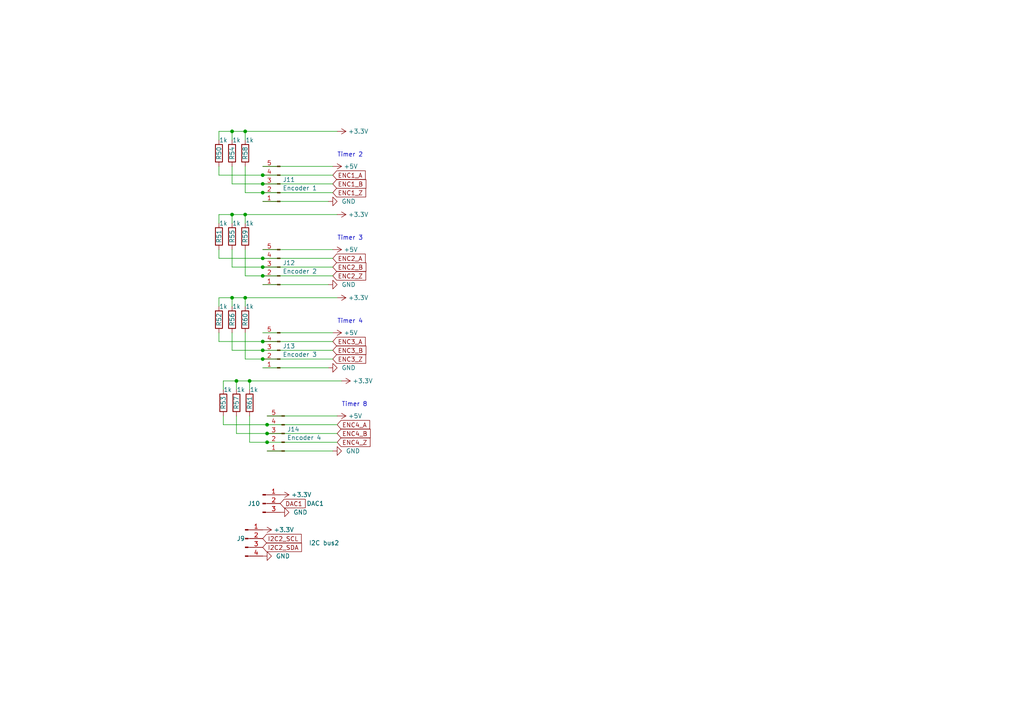
<source format=kicad_sch>
(kicad_sch (version 20230121) (generator eeschema)

  (uuid d19c7c83-0eea-4332-958a-4c973a41eedf)

  (paper "A4")

  (lib_symbols
    (symbol "Connector:Conn_01x03_Pin" (pin_names (offset 1.016) hide) (in_bom yes) (on_board yes)
      (property "Reference" "J" (at 0 5.08 0)
        (effects (font (size 1.27 1.27)))
      )
      (property "Value" "Conn_01x03_Pin" (at 0 -5.08 0)
        (effects (font (size 1.27 1.27)))
      )
      (property "Footprint" "" (at 0 0 0)
        (effects (font (size 1.27 1.27)) hide)
      )
      (property "Datasheet" "~" (at 0 0 0)
        (effects (font (size 1.27 1.27)) hide)
      )
      (property "ki_locked" "" (at 0 0 0)
        (effects (font (size 1.27 1.27)))
      )
      (property "ki_keywords" "connector" (at 0 0 0)
        (effects (font (size 1.27 1.27)) hide)
      )
      (property "ki_description" "Generic connector, single row, 01x03, script generated" (at 0 0 0)
        (effects (font (size 1.27 1.27)) hide)
      )
      (property "ki_fp_filters" "Connector*:*_1x??_*" (at 0 0 0)
        (effects (font (size 1.27 1.27)) hide)
      )
      (symbol "Conn_01x03_Pin_1_1"
        (polyline
          (pts
            (xy 1.27 -2.54)
            (xy 0.8636 -2.54)
          )
          (stroke (width 0.1524) (type default))
          (fill (type none))
        )
        (polyline
          (pts
            (xy 1.27 0)
            (xy 0.8636 0)
          )
          (stroke (width 0.1524) (type default))
          (fill (type none))
        )
        (polyline
          (pts
            (xy 1.27 2.54)
            (xy 0.8636 2.54)
          )
          (stroke (width 0.1524) (type default))
          (fill (type none))
        )
        (rectangle (start 0.8636 -2.413) (end 0 -2.667)
          (stroke (width 0.1524) (type default))
          (fill (type outline))
        )
        (rectangle (start 0.8636 0.127) (end 0 -0.127)
          (stroke (width 0.1524) (type default))
          (fill (type outline))
        )
        (rectangle (start 0.8636 2.667) (end 0 2.413)
          (stroke (width 0.1524) (type default))
          (fill (type outline))
        )
        (pin passive line (at 5.08 2.54 180) (length 3.81)
          (name "Pin_1" (effects (font (size 1.27 1.27))))
          (number "1" (effects (font (size 1.27 1.27))))
        )
        (pin passive line (at 5.08 0 180) (length 3.81)
          (name "Pin_2" (effects (font (size 1.27 1.27))))
          (number "2" (effects (font (size 1.27 1.27))))
        )
        (pin passive line (at 5.08 -2.54 180) (length 3.81)
          (name "Pin_3" (effects (font (size 1.27 1.27))))
          (number "3" (effects (font (size 1.27 1.27))))
        )
      )
    )
    (symbol "Connector:Conn_01x04_Pin" (pin_names (offset 1.016) hide) (in_bom yes) (on_board yes)
      (property "Reference" "J" (at 0 5.08 0)
        (effects (font (size 1.27 1.27)))
      )
      (property "Value" "Conn_01x04_Pin" (at 0 -7.62 0)
        (effects (font (size 1.27 1.27)))
      )
      (property "Footprint" "" (at 0 0 0)
        (effects (font (size 1.27 1.27)) hide)
      )
      (property "Datasheet" "~" (at 0 0 0)
        (effects (font (size 1.27 1.27)) hide)
      )
      (property "ki_locked" "" (at 0 0 0)
        (effects (font (size 1.27 1.27)))
      )
      (property "ki_keywords" "connector" (at 0 0 0)
        (effects (font (size 1.27 1.27)) hide)
      )
      (property "ki_description" "Generic connector, single row, 01x04, script generated" (at 0 0 0)
        (effects (font (size 1.27 1.27)) hide)
      )
      (property "ki_fp_filters" "Connector*:*_1x??_*" (at 0 0 0)
        (effects (font (size 1.27 1.27)) hide)
      )
      (symbol "Conn_01x04_Pin_1_1"
        (polyline
          (pts
            (xy 1.27 -5.08)
            (xy 0.8636 -5.08)
          )
          (stroke (width 0.1524) (type default))
          (fill (type none))
        )
        (polyline
          (pts
            (xy 1.27 -2.54)
            (xy 0.8636 -2.54)
          )
          (stroke (width 0.1524) (type default))
          (fill (type none))
        )
        (polyline
          (pts
            (xy 1.27 0)
            (xy 0.8636 0)
          )
          (stroke (width 0.1524) (type default))
          (fill (type none))
        )
        (polyline
          (pts
            (xy 1.27 2.54)
            (xy 0.8636 2.54)
          )
          (stroke (width 0.1524) (type default))
          (fill (type none))
        )
        (rectangle (start 0.8636 -4.953) (end 0 -5.207)
          (stroke (width 0.1524) (type default))
          (fill (type outline))
        )
        (rectangle (start 0.8636 -2.413) (end 0 -2.667)
          (stroke (width 0.1524) (type default))
          (fill (type outline))
        )
        (rectangle (start 0.8636 0.127) (end 0 -0.127)
          (stroke (width 0.1524) (type default))
          (fill (type outline))
        )
        (rectangle (start 0.8636 2.667) (end 0 2.413)
          (stroke (width 0.1524) (type default))
          (fill (type outline))
        )
        (pin passive line (at 5.08 2.54 180) (length 3.81)
          (name "Pin_1" (effects (font (size 1.27 1.27))))
          (number "1" (effects (font (size 1.27 1.27))))
        )
        (pin passive line (at 5.08 0 180) (length 3.81)
          (name "Pin_2" (effects (font (size 1.27 1.27))))
          (number "2" (effects (font (size 1.27 1.27))))
        )
        (pin passive line (at 5.08 -2.54 180) (length 3.81)
          (name "Pin_3" (effects (font (size 1.27 1.27))))
          (number "3" (effects (font (size 1.27 1.27))))
        )
        (pin passive line (at 5.08 -5.08 180) (length 3.81)
          (name "Pin_4" (effects (font (size 1.27 1.27))))
          (number "4" (effects (font (size 1.27 1.27))))
        )
      )
    )
    (symbol "Connector:Conn_01x05_Pin" (pin_names (offset 1.016) hide) (in_bom yes) (on_board yes)
      (property "Reference" "J" (at 0 7.62 0)
        (effects (font (size 1.27 1.27)))
      )
      (property "Value" "Conn_01x05_Pin" (at 0 -7.62 0)
        (effects (font (size 1.27 1.27)))
      )
      (property "Footprint" "" (at 0 0 0)
        (effects (font (size 1.27 1.27)) hide)
      )
      (property "Datasheet" "~" (at 0 0 0)
        (effects (font (size 1.27 1.27)) hide)
      )
      (property "ki_locked" "" (at 0 0 0)
        (effects (font (size 1.27 1.27)))
      )
      (property "ki_keywords" "connector" (at 0 0 0)
        (effects (font (size 1.27 1.27)) hide)
      )
      (property "ki_description" "Generic connector, single row, 01x05, script generated" (at 0 0 0)
        (effects (font (size 1.27 1.27)) hide)
      )
      (property "ki_fp_filters" "Connector*:*_1x??_*" (at 0 0 0)
        (effects (font (size 1.27 1.27)) hide)
      )
      (symbol "Conn_01x05_Pin_1_1"
        (polyline
          (pts
            (xy 1.27 -5.08)
            (xy 0.8636 -5.08)
          )
          (stroke (width 0.1524) (type default))
          (fill (type none))
        )
        (polyline
          (pts
            (xy 1.27 -2.54)
            (xy 0.8636 -2.54)
          )
          (stroke (width 0.1524) (type default))
          (fill (type none))
        )
        (polyline
          (pts
            (xy 1.27 0)
            (xy 0.8636 0)
          )
          (stroke (width 0.1524) (type default))
          (fill (type none))
        )
        (polyline
          (pts
            (xy 1.27 2.54)
            (xy 0.8636 2.54)
          )
          (stroke (width 0.1524) (type default))
          (fill (type none))
        )
        (polyline
          (pts
            (xy 1.27 5.08)
            (xy 0.8636 5.08)
          )
          (stroke (width 0.1524) (type default))
          (fill (type none))
        )
        (rectangle (start 0.8636 -4.953) (end 0 -5.207)
          (stroke (width 0.1524) (type default))
          (fill (type outline))
        )
        (rectangle (start 0.8636 -2.413) (end 0 -2.667)
          (stroke (width 0.1524) (type default))
          (fill (type outline))
        )
        (rectangle (start 0.8636 0.127) (end 0 -0.127)
          (stroke (width 0.1524) (type default))
          (fill (type outline))
        )
        (rectangle (start 0.8636 2.667) (end 0 2.413)
          (stroke (width 0.1524) (type default))
          (fill (type outline))
        )
        (rectangle (start 0.8636 5.207) (end 0 4.953)
          (stroke (width 0.1524) (type default))
          (fill (type outline))
        )
        (pin passive line (at 5.08 5.08 180) (length 3.81)
          (name "Pin_1" (effects (font (size 1.27 1.27))))
          (number "1" (effects (font (size 1.27 1.27))))
        )
        (pin passive line (at 5.08 2.54 180) (length 3.81)
          (name "Pin_2" (effects (font (size 1.27 1.27))))
          (number "2" (effects (font (size 1.27 1.27))))
        )
        (pin passive line (at 5.08 0 180) (length 3.81)
          (name "Pin_3" (effects (font (size 1.27 1.27))))
          (number "3" (effects (font (size 1.27 1.27))))
        )
        (pin passive line (at 5.08 -2.54 180) (length 3.81)
          (name "Pin_4" (effects (font (size 1.27 1.27))))
          (number "4" (effects (font (size 1.27 1.27))))
        )
        (pin passive line (at 5.08 -5.08 180) (length 3.81)
          (name "Pin_5" (effects (font (size 1.27 1.27))))
          (number "5" (effects (font (size 1.27 1.27))))
        )
      )
    )
    (symbol "Device:R" (pin_numbers hide) (pin_names (offset 0)) (in_bom yes) (on_board yes)
      (property "Reference" "R" (at 2.032 0 90)
        (effects (font (size 1.27 1.27)))
      )
      (property "Value" "R" (at 0 0 90)
        (effects (font (size 1.27 1.27)))
      )
      (property "Footprint" "" (at -1.778 0 90)
        (effects (font (size 1.27 1.27)) hide)
      )
      (property "Datasheet" "~" (at 0 0 0)
        (effects (font (size 1.27 1.27)) hide)
      )
      (property "ki_keywords" "R res resistor" (at 0 0 0)
        (effects (font (size 1.27 1.27)) hide)
      )
      (property "ki_description" "Resistor" (at 0 0 0)
        (effects (font (size 1.27 1.27)) hide)
      )
      (property "ki_fp_filters" "R_*" (at 0 0 0)
        (effects (font (size 1.27 1.27)) hide)
      )
      (symbol "R_0_1"
        (rectangle (start -1.016 -2.54) (end 1.016 2.54)
          (stroke (width 0.254) (type default))
          (fill (type none))
        )
      )
      (symbol "R_1_1"
        (pin passive line (at 0 3.81 270) (length 1.27)
          (name "~" (effects (font (size 1.27 1.27))))
          (number "1" (effects (font (size 1.27 1.27))))
        )
        (pin passive line (at 0 -3.81 90) (length 1.27)
          (name "~" (effects (font (size 1.27 1.27))))
          (number "2" (effects (font (size 1.27 1.27))))
        )
      )
    )
    (symbol "power:+3.3V" (power) (pin_names (offset 0)) (in_bom yes) (on_board yes)
      (property "Reference" "#PWR" (at 0 -3.81 0)
        (effects (font (size 1.27 1.27)) hide)
      )
      (property "Value" "+3.3V" (at 0 3.556 0)
        (effects (font (size 1.27 1.27)))
      )
      (property "Footprint" "" (at 0 0 0)
        (effects (font (size 1.27 1.27)) hide)
      )
      (property "Datasheet" "" (at 0 0 0)
        (effects (font (size 1.27 1.27)) hide)
      )
      (property "ki_keywords" "global power" (at 0 0 0)
        (effects (font (size 1.27 1.27)) hide)
      )
      (property "ki_description" "Power symbol creates a global label with name \"+3.3V\"" (at 0 0 0)
        (effects (font (size 1.27 1.27)) hide)
      )
      (symbol "+3.3V_0_1"
        (polyline
          (pts
            (xy -0.762 1.27)
            (xy 0 2.54)
          )
          (stroke (width 0) (type default))
          (fill (type none))
        )
        (polyline
          (pts
            (xy 0 0)
            (xy 0 2.54)
          )
          (stroke (width 0) (type default))
          (fill (type none))
        )
        (polyline
          (pts
            (xy 0 2.54)
            (xy 0.762 1.27)
          )
          (stroke (width 0) (type default))
          (fill (type none))
        )
      )
      (symbol "+3.3V_1_1"
        (pin power_in line (at 0 0 90) (length 0) hide
          (name "+3.3V" (effects (font (size 1.27 1.27))))
          (number "1" (effects (font (size 1.27 1.27))))
        )
      )
    )
    (symbol "power:+5V" (power) (pin_names (offset 0)) (in_bom yes) (on_board yes)
      (property "Reference" "#PWR" (at 0 -3.81 0)
        (effects (font (size 1.27 1.27)) hide)
      )
      (property "Value" "+5V" (at 0 3.556 0)
        (effects (font (size 1.27 1.27)))
      )
      (property "Footprint" "" (at 0 0 0)
        (effects (font (size 1.27 1.27)) hide)
      )
      (property "Datasheet" "" (at 0 0 0)
        (effects (font (size 1.27 1.27)) hide)
      )
      (property "ki_keywords" "global power" (at 0 0 0)
        (effects (font (size 1.27 1.27)) hide)
      )
      (property "ki_description" "Power symbol creates a global label with name \"+5V\"" (at 0 0 0)
        (effects (font (size 1.27 1.27)) hide)
      )
      (symbol "+5V_0_1"
        (polyline
          (pts
            (xy -0.762 1.27)
            (xy 0 2.54)
          )
          (stroke (width 0) (type default))
          (fill (type none))
        )
        (polyline
          (pts
            (xy 0 0)
            (xy 0 2.54)
          )
          (stroke (width 0) (type default))
          (fill (type none))
        )
        (polyline
          (pts
            (xy 0 2.54)
            (xy 0.762 1.27)
          )
          (stroke (width 0) (type default))
          (fill (type none))
        )
      )
      (symbol "+5V_1_1"
        (pin power_in line (at 0 0 90) (length 0) hide
          (name "+5V" (effects (font (size 1.27 1.27))))
          (number "1" (effects (font (size 1.27 1.27))))
        )
      )
    )
    (symbol "power:GND" (power) (pin_names (offset 0)) (in_bom yes) (on_board yes)
      (property "Reference" "#PWR" (at 0 -6.35 0)
        (effects (font (size 1.27 1.27)) hide)
      )
      (property "Value" "GND" (at 0 -3.81 0)
        (effects (font (size 1.27 1.27)))
      )
      (property "Footprint" "" (at 0 0 0)
        (effects (font (size 1.27 1.27)) hide)
      )
      (property "Datasheet" "" (at 0 0 0)
        (effects (font (size 1.27 1.27)) hide)
      )
      (property "ki_keywords" "global power" (at 0 0 0)
        (effects (font (size 1.27 1.27)) hide)
      )
      (property "ki_description" "Power symbol creates a global label with name \"GND\" , ground" (at 0 0 0)
        (effects (font (size 1.27 1.27)) hide)
      )
      (symbol "GND_0_1"
        (polyline
          (pts
            (xy 0 0)
            (xy 0 -1.27)
            (xy 1.27 -1.27)
            (xy 0 -2.54)
            (xy -1.27 -1.27)
            (xy 0 -1.27)
          )
          (stroke (width 0) (type default))
          (fill (type none))
        )
      )
      (symbol "GND_1_1"
        (pin power_in line (at 0 0 270) (length 0) hide
          (name "GND" (effects (font (size 1.27 1.27))))
          (number "1" (effects (font (size 1.27 1.27))))
        )
      )
    )
  )

  (junction (at 76.2 80.01) (diameter 0) (color 0 0 0 0)
    (uuid 157eeb28-7e9f-4678-ad1b-82c940b205aa)
  )
  (junction (at 76.2 77.47) (diameter 0) (color 0 0 0 0)
    (uuid 1fd61f19-fd7b-4ca8-9109-705eb3ba0282)
  )
  (junction (at 76.2 53.34) (diameter 0) (color 0 0 0 0)
    (uuid 2c81630d-49f6-459b-9f07-d3ed382e7f7c)
  )
  (junction (at 68.58 110.49) (diameter 0) (color 0 0 0 0)
    (uuid 2d7d1489-e412-4bb0-a366-9d2af31289e7)
  )
  (junction (at 76.2 55.88) (diameter 0) (color 0 0 0 0)
    (uuid 390fab64-f3b8-457c-a0e0-cf493d141b9c)
  )
  (junction (at 71.12 86.36) (diameter 0) (color 0 0 0 0)
    (uuid 3ad9020b-fb70-4bed-a433-454ae3bb0ac2)
  )
  (junction (at 76.2 104.14) (diameter 0) (color 0 0 0 0)
    (uuid 586fcfac-36d8-40de-b7c3-8e741cecd384)
  )
  (junction (at 76.2 101.6) (diameter 0) (color 0 0 0 0)
    (uuid 626bc8e7-eebf-486d-9dac-ceb77e53c308)
  )
  (junction (at 71.12 38.1) (diameter 0) (color 0 0 0 0)
    (uuid 725153af-2a16-408e-b485-cb4baab98bdb)
  )
  (junction (at 76.2 50.8) (diameter 0) (color 0 0 0 0)
    (uuid 7864e408-6d07-4db9-a437-e28a56bfb68f)
  )
  (junction (at 71.12 62.23) (diameter 0) (color 0 0 0 0)
    (uuid 79c9320f-6ae9-4927-a958-4ad08e1b69aa)
  )
  (junction (at 76.2 74.93) (diameter 0) (color 0 0 0 0)
    (uuid 8639ce89-0826-4903-96fc-64d1b1388896)
  )
  (junction (at 77.47 128.27) (diameter 0) (color 0 0 0 0)
    (uuid 9386b3d4-2d5a-4cbb-9fae-eaaa7e4e5aaf)
  )
  (junction (at 67.31 38.1) (diameter 0) (color 0 0 0 0)
    (uuid 9ccb2c73-8f7c-42a5-8c80-efd51b417936)
  )
  (junction (at 67.31 62.23) (diameter 0) (color 0 0 0 0)
    (uuid a1d6fc74-ab2c-414f-b365-3c6defd6f95d)
  )
  (junction (at 77.47 123.19) (diameter 0) (color 0 0 0 0)
    (uuid b1f6ef2d-819c-4217-8b1c-f3904fdc2173)
  )
  (junction (at 67.31 86.36) (diameter 0) (color 0 0 0 0)
    (uuid b43883f8-735b-483c-b1d2-289b5a1a6c9c)
  )
  (junction (at 77.47 125.73) (diameter 0) (color 0 0 0 0)
    (uuid ce186696-2d52-497c-937c-f4b2dba55f7b)
  )
  (junction (at 76.2 99.06) (diameter 0) (color 0 0 0 0)
    (uuid d317f92d-0325-4663-8828-01fe240bd0d4)
  )
  (junction (at 72.39 110.49) (diameter 0) (color 0 0 0 0)
    (uuid e1aa9f00-680c-4301-8225-845569c9ee29)
  )

  (wire (pts (xy 71.12 80.01) (xy 76.2 80.01))
    (stroke (width 0) (type default))
    (uuid 01d2d007-d35a-483e-a05e-4033449e3e7d)
  )
  (wire (pts (xy 71.12 62.23) (xy 71.12 64.77))
    (stroke (width 0) (type default))
    (uuid 045cd2ee-53c3-42b4-b17c-56b5cca58fe6)
  )
  (wire (pts (xy 67.31 101.6) (xy 76.2 101.6))
    (stroke (width 0) (type default))
    (uuid 04773424-acd9-4a66-ab72-8b40997cde1d)
  )
  (wire (pts (xy 71.12 38.1) (xy 71.12 40.64))
    (stroke (width 0) (type default))
    (uuid 057f6133-58a3-4b4a-97ff-fe7be0021d92)
  )
  (wire (pts (xy 71.12 86.36) (xy 97.79 86.36))
    (stroke (width 0) (type default))
    (uuid 0b95b840-5781-465f-b758-e71ae1c24da9)
  )
  (wire (pts (xy 63.5 86.36) (xy 67.31 86.36))
    (stroke (width 0) (type default))
    (uuid 13cf5787-6645-4a21-b08f-4afb7c9405f8)
  )
  (wire (pts (xy 63.5 62.23) (xy 67.31 62.23))
    (stroke (width 0) (type default))
    (uuid 160c58f8-e374-4bfe-a7a6-696874ae788c)
  )
  (wire (pts (xy 63.5 64.77) (xy 63.5 62.23))
    (stroke (width 0) (type default))
    (uuid 1bb1c6f2-46a9-4e62-82e9-08e5ec102ddf)
  )
  (wire (pts (xy 72.39 128.27) (xy 77.47 128.27))
    (stroke (width 0) (type default))
    (uuid 206d1bb6-3e19-455a-bee3-33f4e2410e8f)
  )
  (wire (pts (xy 63.5 38.1) (xy 67.31 38.1))
    (stroke (width 0) (type default))
    (uuid 216255a0-12ae-4b6b-900b-a88840295a63)
  )
  (wire (pts (xy 67.31 38.1) (xy 71.12 38.1))
    (stroke (width 0) (type default))
    (uuid 23375de0-208d-4b51-a7ba-8aafad512551)
  )
  (wire (pts (xy 96.52 130.81) (xy 77.47 130.81))
    (stroke (width 0) (type default))
    (uuid 25b48ef2-0cc7-448d-baf6-e41e645cce51)
  )
  (wire (pts (xy 67.31 86.36) (xy 67.31 88.9))
    (stroke (width 0) (type default))
    (uuid 272444fa-cb6e-4d82-8604-8b13be0838e5)
  )
  (wire (pts (xy 71.12 72.39) (xy 71.12 80.01))
    (stroke (width 0) (type default))
    (uuid 2867a1da-8c4d-43c3-b93b-fe2f7147685e)
  )
  (wire (pts (xy 63.5 74.93) (xy 76.2 74.93))
    (stroke (width 0) (type default))
    (uuid 2afc4a80-2851-4be3-a62e-2ef65b105014)
  )
  (wire (pts (xy 64.77 120.65) (xy 64.77 123.19))
    (stroke (width 0) (type default))
    (uuid 2b552aa2-9404-4ddc-b6fe-f1101aaae516)
  )
  (wire (pts (xy 71.12 104.14) (xy 76.2 104.14))
    (stroke (width 0) (type default))
    (uuid 2e4dcb01-b90f-4934-b31b-25d24f935bff)
  )
  (wire (pts (xy 76.2 50.8) (xy 96.52 50.8))
    (stroke (width 0) (type default))
    (uuid 331bfca8-c049-4c6a-a808-2d41e13311e8)
  )
  (wire (pts (xy 71.12 62.23) (xy 97.79 62.23))
    (stroke (width 0) (type default))
    (uuid 3635966d-184e-4c12-84cd-c0c887d19530)
  )
  (wire (pts (xy 67.31 96.52) (xy 67.31 101.6))
    (stroke (width 0) (type default))
    (uuid 4a557729-a191-4f0e-b50e-cb0e89baa087)
  )
  (wire (pts (xy 72.39 120.65) (xy 72.39 128.27))
    (stroke (width 0) (type default))
    (uuid 4b2bbfda-8a4a-4525-b861-df35f601dd55)
  )
  (wire (pts (xy 63.5 88.9) (xy 63.5 86.36))
    (stroke (width 0) (type default))
    (uuid 4e761a1d-b169-4638-a737-da8370aa9e14)
  )
  (wire (pts (xy 77.47 123.19) (xy 97.79 123.19))
    (stroke (width 0) (type default))
    (uuid 58498ee0-71b2-4b57-84ce-fbd317f3ef7a)
  )
  (wire (pts (xy 68.58 120.65) (xy 68.58 125.73))
    (stroke (width 0) (type default))
    (uuid 60db811e-f5c8-4e99-92aa-57425788923d)
  )
  (wire (pts (xy 76.2 55.88) (xy 96.52 55.88))
    (stroke (width 0) (type default))
    (uuid 6affbf2a-bacd-4fa7-aa3b-aa7b2092ca7f)
  )
  (wire (pts (xy 72.39 110.49) (xy 72.39 113.03))
    (stroke (width 0) (type default))
    (uuid 70cb479c-1c45-44db-9247-7ee4c8013842)
  )
  (wire (pts (xy 76.2 104.14) (xy 96.52 104.14))
    (stroke (width 0) (type default))
    (uuid 75ed0fb2-5c41-4040-a9ce-1549e9098150)
  )
  (wire (pts (xy 76.2 77.47) (xy 96.52 77.47))
    (stroke (width 0) (type default))
    (uuid 76f62f94-6047-448e-b0f9-e8e90bba5991)
  )
  (wire (pts (xy 64.77 113.03) (xy 64.77 110.49))
    (stroke (width 0) (type default))
    (uuid 78b1cbd3-481b-4d0e-9e6b-b07438d2acd2)
  )
  (wire (pts (xy 96.52 96.52) (xy 76.2 96.52))
    (stroke (width 0) (type default))
    (uuid 7a09a254-a3ee-4b95-981a-438321453ae3)
  )
  (wire (pts (xy 63.5 96.52) (xy 63.5 99.06))
    (stroke (width 0) (type default))
    (uuid 7aff91c0-e86f-47f3-ab61-17e7d04a66de)
  )
  (wire (pts (xy 64.77 110.49) (xy 68.58 110.49))
    (stroke (width 0) (type default))
    (uuid 7e96709f-58d6-49d5-8091-d75e2063a809)
  )
  (wire (pts (xy 67.31 38.1) (xy 67.31 40.64))
    (stroke (width 0) (type default))
    (uuid 83b6a014-7104-47c7-a53c-3dfe5cc5e5e9)
  )
  (wire (pts (xy 63.5 50.8) (xy 76.2 50.8))
    (stroke (width 0) (type default))
    (uuid 84e05d6a-6b62-46ca-a0e3-fbe26d4025ee)
  )
  (wire (pts (xy 97.79 120.65) (xy 77.47 120.65))
    (stroke (width 0) (type default))
    (uuid 8516426f-03fd-4cd4-b0c0-f48739edce35)
  )
  (wire (pts (xy 76.2 101.6) (xy 96.52 101.6))
    (stroke (width 0) (type default))
    (uuid 8bce499d-619d-4ae6-b109-573ed87783f6)
  )
  (wire (pts (xy 76.2 99.06) (xy 96.52 99.06))
    (stroke (width 0) (type default))
    (uuid 91537e44-781e-4676-b4d4-e08b8a159e06)
  )
  (wire (pts (xy 71.12 38.1) (xy 97.79 38.1))
    (stroke (width 0) (type default))
    (uuid 98525c6a-621e-44f5-bf72-f457738ba2ae)
  )
  (wire (pts (xy 63.5 40.64) (xy 63.5 38.1))
    (stroke (width 0) (type default))
    (uuid 98db0e59-fbf7-486c-ab38-e923807de071)
  )
  (wire (pts (xy 63.5 72.39) (xy 63.5 74.93))
    (stroke (width 0) (type default))
    (uuid a42da3b9-2171-485b-a536-3f206158b652)
  )
  (wire (pts (xy 71.12 48.26) (xy 71.12 55.88))
    (stroke (width 0) (type default))
    (uuid a72bb99b-132f-4c9d-9ebc-83f035446577)
  )
  (wire (pts (xy 63.5 48.26) (xy 63.5 50.8))
    (stroke (width 0) (type default))
    (uuid b100b0f1-42a8-4e6f-91aa-0bce6857304e)
  )
  (wire (pts (xy 76.2 53.34) (xy 96.52 53.34))
    (stroke (width 0) (type default))
    (uuid b122cac1-9511-424c-878c-075a520f075c)
  )
  (wire (pts (xy 96.52 72.39) (xy 76.2 72.39))
    (stroke (width 0) (type default))
    (uuid bc516e96-4dd8-4e74-be1e-a8ff92736019)
  )
  (wire (pts (xy 72.39 110.49) (xy 99.06 110.49))
    (stroke (width 0) (type default))
    (uuid c7fc9a9b-558e-4828-bcb7-8f8ab5dccaf1)
  )
  (wire (pts (xy 68.58 110.49) (xy 72.39 110.49))
    (stroke (width 0) (type default))
    (uuid cdd97728-36f0-43f7-b59a-8caf6f513ba6)
  )
  (wire (pts (xy 77.47 125.73) (xy 97.79 125.73))
    (stroke (width 0) (type default))
    (uuid d0a4dfb0-132d-469b-afd5-1d49cb8476b2)
  )
  (wire (pts (xy 95.25 58.42) (xy 76.2 58.42))
    (stroke (width 0) (type default))
    (uuid d37fd46d-583f-4119-9c87-2eb4b532fd30)
  )
  (wire (pts (xy 67.31 72.39) (xy 67.31 77.47))
    (stroke (width 0) (type default))
    (uuid d5b58e10-992d-4c57-bbbf-9f90666153e7)
  )
  (wire (pts (xy 68.58 110.49) (xy 68.58 113.03))
    (stroke (width 0) (type default))
    (uuid d8806986-f5dc-4dc8-bac2-f59abdcd597f)
  )
  (wire (pts (xy 67.31 86.36) (xy 71.12 86.36))
    (stroke (width 0) (type default))
    (uuid d9018ae9-85d6-475f-a3c8-1a743d744e4c)
  )
  (wire (pts (xy 96.52 48.26) (xy 76.2 48.26))
    (stroke (width 0) (type default))
    (uuid dd96847e-382e-4dad-88ac-2eca6ad76206)
  )
  (wire (pts (xy 67.31 77.47) (xy 76.2 77.47))
    (stroke (width 0) (type default))
    (uuid dd9d2d22-6997-4883-9e3e-f759e7179963)
  )
  (wire (pts (xy 95.25 106.68) (xy 76.2 106.68))
    (stroke (width 0) (type default))
    (uuid e0c2008e-1d9e-443f-9272-e20c6da3e175)
  )
  (wire (pts (xy 67.31 48.26) (xy 67.31 53.34))
    (stroke (width 0) (type default))
    (uuid e1cad341-96b3-46e4-8010-1d9a561e7c61)
  )
  (wire (pts (xy 71.12 55.88) (xy 76.2 55.88))
    (stroke (width 0) (type default))
    (uuid e276f934-97eb-48e8-a4c2-3c220f8b431d)
  )
  (wire (pts (xy 63.5 99.06) (xy 76.2 99.06))
    (stroke (width 0) (type default))
    (uuid e5060005-f1a2-4637-aa1a-cb3bf58a4c0a)
  )
  (wire (pts (xy 77.47 128.27) (xy 97.79 128.27))
    (stroke (width 0) (type default))
    (uuid e6412773-1642-4a1d-9c47-76158232a6b2)
  )
  (wire (pts (xy 71.12 96.52) (xy 71.12 104.14))
    (stroke (width 0) (type default))
    (uuid e7949f5d-4e8d-41c7-bb68-e2637d4c1417)
  )
  (wire (pts (xy 67.31 53.34) (xy 76.2 53.34))
    (stroke (width 0) (type default))
    (uuid e7f845c5-b0c6-47b1-9218-810566114c20)
  )
  (wire (pts (xy 76.2 74.93) (xy 96.52 74.93))
    (stroke (width 0) (type default))
    (uuid e80a5fc3-bda8-448c-be9e-8641f6014e2a)
  )
  (wire (pts (xy 76.2 80.01) (xy 96.52 80.01))
    (stroke (width 0) (type default))
    (uuid ede4f41d-1b82-40a8-9c82-075eb262a196)
  )
  (wire (pts (xy 95.25 82.55) (xy 76.2 82.55))
    (stroke (width 0) (type default))
    (uuid eefc93d7-6060-4af3-bd57-aa24f4391023)
  )
  (wire (pts (xy 71.12 86.36) (xy 71.12 88.9))
    (stroke (width 0) (type default))
    (uuid f03b403c-90ce-45e1-b46d-a0069802ef38)
  )
  (wire (pts (xy 67.31 62.23) (xy 67.31 64.77))
    (stroke (width 0) (type default))
    (uuid f58b20cd-cc51-4740-8cd9-bb6099f417f0)
  )
  (wire (pts (xy 67.31 62.23) (xy 71.12 62.23))
    (stroke (width 0) (type default))
    (uuid f5a429e8-476e-44e4-b2fe-8f251ba233e3)
  )
  (wire (pts (xy 64.77 123.19) (xy 77.47 123.19))
    (stroke (width 0) (type default))
    (uuid fb5111c4-681f-4cc1-adb0-76790bcf68c0)
  )
  (wire (pts (xy 68.58 125.73) (xy 77.47 125.73))
    (stroke (width 0) (type default))
    (uuid fcc6d3fc-326b-46fd-af46-637c365f9461)
  )

  (text "Timer 4" (at 97.79 93.98 0)
    (effects (font (size 1.27 1.27)) (justify left bottom))
    (uuid 2c4522d0-1725-40cd-9bd6-d968168606cc)
  )
  (text "Timer 8" (at 99.06 118.11 0)
    (effects (font (size 1.27 1.27)) (justify left bottom))
    (uuid 7eb1ab64-fcc6-43b8-ae27-b979c956bcd2)
  )
  (text "Timer 3" (at 97.79 69.85 0)
    (effects (font (size 1.27 1.27)) (justify left bottom))
    (uuid 89cac169-bf3c-45a2-8393-89ff70766aac)
  )
  (text "Timer 2" (at 97.79 45.72 0)
    (effects (font (size 1.27 1.27)) (justify left bottom))
    (uuid fa9f0f87-49ac-461d-b6e7-b6dd056a4cff)
  )

  (global_label "ENC3_B" (shape input) (at 96.52 101.6 0) (fields_autoplaced)
    (effects (font (size 1.27 1.27)) (justify left))
    (uuid 14faecf6-d6b2-402c-95fd-e1b28553bfca)
    (property "Intersheetrefs" "${INTERSHEET_REFS}" (at 106.7018 101.6 0)
      (effects (font (size 1.27 1.27)) (justify left) hide)
    )
  )
  (global_label "I2C2_SCL" (shape input) (at 76.2 156.21 0) (fields_autoplaced)
    (effects (font (size 1.27 1.27)) (justify left))
    (uuid 2cb11ce6-f08b-4c4d-9fad-9c9e44fb3a08)
    (property "Intersheetrefs" "${INTERSHEET_REFS}" (at 87.9542 156.21 0)
      (effects (font (size 1.27 1.27)) (justify left) hide)
    )
  )
  (global_label "ENC1_Z" (shape input) (at 96.52 55.88 0) (fields_autoplaced)
    (effects (font (size 1.27 1.27)) (justify left))
    (uuid 35bdbc47-86b7-4683-a433-18251bcb5386)
    (property "Intersheetrefs" "${INTERSHEET_REFS}" (at 106.6413 55.88 0)
      (effects (font (size 1.27 1.27)) (justify left) hide)
    )
  )
  (global_label "ENC2_B" (shape input) (at 96.52 77.47 0) (fields_autoplaced)
    (effects (font (size 1.27 1.27)) (justify left))
    (uuid 4501b0fd-3843-4747-83a9-f557cee20110)
    (property "Intersheetrefs" "${INTERSHEET_REFS}" (at 106.7018 77.47 0)
      (effects (font (size 1.27 1.27)) (justify left) hide)
    )
  )
  (global_label "ENC4_B" (shape input) (at 97.79 125.73 0) (fields_autoplaced)
    (effects (font (size 1.27 1.27)) (justify left))
    (uuid 4e5697ca-2762-4d52-a42d-942bdb1682a3)
    (property "Intersheetrefs" "${INTERSHEET_REFS}" (at 107.9718 125.73 0)
      (effects (font (size 1.27 1.27)) (justify left) hide)
    )
  )
  (global_label "I2C2_SDA" (shape input) (at 76.2 158.75 0) (fields_autoplaced)
    (effects (font (size 1.27 1.27)) (justify left))
    (uuid 8f526e05-0236-4d76-9ea1-332e79182fa7)
    (property "Intersheetrefs" "${INTERSHEET_REFS}" (at 88.0147 158.75 0)
      (effects (font (size 1.27 1.27)) (justify left) hide)
    )
  )
  (global_label "ENC3_Z" (shape input) (at 96.52 104.14 0) (fields_autoplaced)
    (effects (font (size 1.27 1.27)) (justify left))
    (uuid 945238da-0c96-4ac9-a594-8a767fd0b851)
    (property "Intersheetrefs" "${INTERSHEET_REFS}" (at 106.6413 104.14 0)
      (effects (font (size 1.27 1.27)) (justify left) hide)
    )
  )
  (global_label "ENC3_A" (shape input) (at 96.52 99.06 0) (fields_autoplaced)
    (effects (font (size 1.27 1.27)) (justify left))
    (uuid af22460a-9214-47af-9073-c9c7c52974ef)
    (property "Intersheetrefs" "${INTERSHEET_REFS}" (at 106.5204 99.06 0)
      (effects (font (size 1.27 1.27)) (justify left) hide)
    )
  )
  (global_label "ENC4_Z" (shape input) (at 97.79 128.27 0) (fields_autoplaced)
    (effects (font (size 1.27 1.27)) (justify left))
    (uuid c9b6c96d-cd7c-4340-8338-815a47c8323b)
    (property "Intersheetrefs" "${INTERSHEET_REFS}" (at 107.9113 128.27 0)
      (effects (font (size 1.27 1.27)) (justify left) hide)
    )
  )
  (global_label "ENC1_B" (shape input) (at 96.52 53.34 0) (fields_autoplaced)
    (effects (font (size 1.27 1.27)) (justify left))
    (uuid d1781794-7c91-4ed8-abd5-3f9558cf3518)
    (property "Intersheetrefs" "${INTERSHEET_REFS}" (at 106.7018 53.34 0)
      (effects (font (size 1.27 1.27)) (justify left) hide)
    )
  )
  (global_label "ENC1_A" (shape input) (at 96.52 50.8 0) (fields_autoplaced)
    (effects (font (size 1.27 1.27)) (justify left))
    (uuid d51cd91e-9f2c-4687-8fe1-5ee6a9ee0452)
    (property "Intersheetrefs" "${INTERSHEET_REFS}" (at 106.5204 50.8 0)
      (effects (font (size 1.27 1.27)) (justify left) hide)
    )
  )
  (global_label "DAC1" (shape input) (at 81.28 146.05 0) (fields_autoplaced)
    (effects (font (size 1.27 1.27)) (justify left))
    (uuid de04da32-754e-44b2-8ca8-6e8bbaf10351)
    (property "Intersheetrefs" "${INTERSHEET_REFS}" (at 89.1033 146.05 0)
      (effects (font (size 1.27 1.27)) (justify left) hide)
    )
  )
  (global_label "ENC2_Z" (shape input) (at 96.52 80.01 0) (fields_autoplaced)
    (effects (font (size 1.27 1.27)) (justify left))
    (uuid eacc2441-ff28-432a-90eb-4afa3f305f37)
    (property "Intersheetrefs" "${INTERSHEET_REFS}" (at 106.6413 80.01 0)
      (effects (font (size 1.27 1.27)) (justify left) hide)
    )
  )
  (global_label "ENC4_A" (shape input) (at 97.79 123.19 0) (fields_autoplaced)
    (effects (font (size 1.27 1.27)) (justify left))
    (uuid ede40ecb-d8e9-4a9b-b04f-920a301e47cd)
    (property "Intersheetrefs" "${INTERSHEET_REFS}" (at 107.7904 123.19 0)
      (effects (font (size 1.27 1.27)) (justify left) hide)
    )
  )
  (global_label "ENC2_A" (shape input) (at 96.52 74.93 0) (fields_autoplaced)
    (effects (font (size 1.27 1.27)) (justify left))
    (uuid efa6bac0-59ec-4562-9263-bd4bf3a07132)
    (property "Intersheetrefs" "${INTERSHEET_REFS}" (at 106.5204 74.93 0)
      (effects (font (size 1.27 1.27)) (justify left) hide)
    )
  )

  (symbol (lib_id "power:GND") (at 76.2 161.29 90) (unit 1)
    (in_bom yes) (on_board yes) (dnp no)
    (uuid 0761c69a-1fc9-4962-8b61-39505ef3e4c1)
    (property "Reference" "#PWR?" (at 82.55 161.29 0)
      (effects (font (size 1.27 1.27)) hide)
    )
    (property "Value" "GND" (at 80.01 161.29 90)
      (effects (font (size 1.27 1.27)) (justify right))
    )
    (property "Footprint" "" (at 76.2 161.29 0)
      (effects (font (size 1.27 1.27)) hide)
    )
    (property "Datasheet" "" (at 76.2 161.29 0)
      (effects (font (size 1.27 1.27)) hide)
    )
    (pin "1" (uuid 23f3c69e-afb4-43bf-9acc-6d55efc294d7))
    (instances
      (project "AX58100-stm32-ethercat"
        (path "/5597aedc-b607-407f-bbfd-31b3b298ecb1/d564400f-40ba-4aca-9c2a-14ec52a8353b"
          (reference "#PWR?") (unit 1)
        )
        (path "/5597aedc-b607-407f-bbfd-31b3b298ecb1/0a376a6c-0f15-42f8-81f6-3a55619be267"
          (reference "#PWR0108") (unit 1)
        )
      )
    )
  )

  (symbol (lib_id "power:GND") (at 95.25 82.55 90) (unit 1)
    (in_bom yes) (on_board yes) (dnp no)
    (uuid 083c793c-25c4-4795-b5f5-bc06ddfe8604)
    (property "Reference" "#PWR?" (at 101.6 82.55 0)
      (effects (font (size 1.27 1.27)) hide)
    )
    (property "Value" "GND" (at 99.06 82.55 90)
      (effects (font (size 1.27 1.27)) (justify right))
    )
    (property "Footprint" "" (at 95.25 82.55 0)
      (effects (font (size 1.27 1.27)) hide)
    )
    (property "Datasheet" "" (at 95.25 82.55 0)
      (effects (font (size 1.27 1.27)) hide)
    )
    (pin "1" (uuid f8855c24-f07a-4a5c-aa93-111c38c54998))
    (instances
      (project "AX58100-stm32-ethercat"
        (path "/5597aedc-b607-407f-bbfd-31b3b298ecb1/d564400f-40ba-4aca-9c2a-14ec52a8353b"
          (reference "#PWR?") (unit 1)
        )
        (path "/5597aedc-b607-407f-bbfd-31b3b298ecb1/0a376a6c-0f15-42f8-81f6-3a55619be267"
          (reference "#PWR0112") (unit 1)
        )
      )
    )
  )

  (symbol (lib_id "power:+3.3V") (at 99.06 110.49 270) (unit 1)
    (in_bom yes) (on_board yes) (dnp no) (fields_autoplaced)
    (uuid 0bcd9313-325f-465a-a506-22e07ba3dd34)
    (property "Reference" "#PWR?" (at 95.25 110.49 0)
      (effects (font (size 1.27 1.27)) hide)
    )
    (property "Value" "+3.3V" (at 102.235 110.49 90)
      (effects (font (size 1.27 1.27)) (justify left))
    )
    (property "Footprint" "" (at 99.06 110.49 0)
      (effects (font (size 1.27 1.27)) hide)
    )
    (property "Datasheet" "" (at 99.06 110.49 0)
      (effects (font (size 1.27 1.27)) hide)
    )
    (pin "1" (uuid 12cbe4d8-e548-42e4-8ed0-1663c1c72f12))
    (instances
      (project "AX58100-stm32-ethercat"
        (path "/5597aedc-b607-407f-bbfd-31b3b298ecb1/d564400f-40ba-4aca-9c2a-14ec52a8353b"
          (reference "#PWR?") (unit 1)
        )
        (path "/5597aedc-b607-407f-bbfd-31b3b298ecb1/0a376a6c-0f15-42f8-81f6-3a55619be267"
          (reference "#PWR0122") (unit 1)
        )
      )
    )
  )

  (symbol (lib_id "Device:R") (at 71.12 92.71 180) (unit 1)
    (in_bom yes) (on_board yes) (dnp no)
    (uuid 10d87c4c-c4d6-4df7-b739-131249afa699)
    (property "Reference" "R60" (at 71.12 92.71 90)
      (effects (font (size 1.27 1.27)))
    )
    (property "Value" "1k" (at 72.39 88.9 0)
      (effects (font (size 1.27 1.27)))
    )
    (property "Footprint" "Resistor_SMD:R_0805_2012Metric" (at 72.898 92.71 90)
      (effects (font (size 1.27 1.27)) hide)
    )
    (property "Datasheet" "~" (at 71.12 92.71 0)
      (effects (font (size 1.27 1.27)) hide)
    )
    (pin "1" (uuid 47639c9d-1d96-4116-8203-161985cc905d))
    (pin "2" (uuid a52f2ffa-2584-41b0-832b-a1b5cdb8c45a))
    (instances
      (project "AX58100-stm32-ethercat"
        (path "/5597aedc-b607-407f-bbfd-31b3b298ecb1/0a376a6c-0f15-42f8-81f6-3a55619be267"
          (reference "R60") (unit 1)
        )
      )
    )
  )

  (symbol (lib_id "Device:R") (at 63.5 68.58 180) (unit 1)
    (in_bom yes) (on_board yes) (dnp no)
    (uuid 13a82430-c8ee-4250-a3cb-e52cb6a30faa)
    (property "Reference" "R51" (at 63.5 68.58 90)
      (effects (font (size 1.27 1.27)))
    )
    (property "Value" "1k" (at 64.77 64.77 0)
      (effects (font (size 1.27 1.27)))
    )
    (property "Footprint" "Resistor_SMD:R_0805_2012Metric" (at 65.278 68.58 90)
      (effects (font (size 1.27 1.27)) hide)
    )
    (property "Datasheet" "~" (at 63.5 68.58 0)
      (effects (font (size 1.27 1.27)) hide)
    )
    (pin "1" (uuid 5832c5ba-1250-4b60-950a-508431c4307c))
    (pin "2" (uuid 54632a52-1c29-46a3-8873-d89cd21ad170))
    (instances
      (project "AX58100-stm32-ethercat"
        (path "/5597aedc-b607-407f-bbfd-31b3b298ecb1/0a376a6c-0f15-42f8-81f6-3a55619be267"
          (reference "R51") (unit 1)
        )
      )
    )
  )

  (symbol (lib_id "Connector:Conn_01x05_Pin") (at 81.28 101.6 180) (unit 1)
    (in_bom yes) (on_board yes) (dnp no) (fields_autoplaced)
    (uuid 1c84a65c-5122-4a9d-93c5-c95fdce8d967)
    (property "Reference" "J13" (at 81.9912 100.3879 0)
      (effects (font (size 1.27 1.27)) (justify right))
    )
    (property "Value" "Encoder 3" (at 81.9912 102.8121 0)
      (effects (font (size 1.27 1.27)) (justify right))
    )
    (property "Footprint" "Connector_JST:JST_XH_B5B-XH-A_1x05_P2.50mm_Vertical" (at 81.28 101.6 0)
      (effects (font (size 1.27 1.27)) hide)
    )
    (property "Datasheet" "~" (at 81.28 101.6 0)
      (effects (font (size 1.27 1.27)) hide)
    )
    (pin "1" (uuid f7c5daaa-0546-4aea-86c2-6fba5a1c11c4))
    (pin "2" (uuid 847c7657-caf0-439f-ae01-b2f93c3a0f10))
    (pin "3" (uuid c1aafd2b-da0f-4a34-a9ba-62811b6d8588))
    (pin "4" (uuid 5389b8f8-f6f1-4a81-86fc-36b270e9e779))
    (pin "5" (uuid 0d505531-e434-4969-b3d5-470caf1c249d))
    (instances
      (project "AX58100-stm32-ethercat"
        (path "/5597aedc-b607-407f-bbfd-31b3b298ecb1/0a376a6c-0f15-42f8-81f6-3a55619be267"
          (reference "J13") (unit 1)
        )
      )
    )
  )

  (symbol (lib_id "Device:R") (at 67.31 44.45 180) (unit 1)
    (in_bom yes) (on_board yes) (dnp no)
    (uuid 1f6cd783-9186-4110-918c-22956cf2a8ab)
    (property "Reference" "R54" (at 67.31 44.45 90)
      (effects (font (size 1.27 1.27)))
    )
    (property "Value" "1k" (at 68.58 40.64 0)
      (effects (font (size 1.27 1.27)))
    )
    (property "Footprint" "Resistor_SMD:R_0805_2012Metric" (at 69.088 44.45 90)
      (effects (font (size 1.27 1.27)) hide)
    )
    (property "Datasheet" "~" (at 67.31 44.45 0)
      (effects (font (size 1.27 1.27)) hide)
    )
    (pin "1" (uuid 12c26344-7596-4c8f-af8f-9e9efe4b161a))
    (pin "2" (uuid 844a6691-8752-45a1-8292-2f0d78e136be))
    (instances
      (project "AX58100-stm32-ethercat"
        (path "/5597aedc-b607-407f-bbfd-31b3b298ecb1/0a376a6c-0f15-42f8-81f6-3a55619be267"
          (reference "R54") (unit 1)
        )
      )
    )
  )

  (symbol (lib_id "power:+3.3V") (at 81.28 143.51 270) (unit 1)
    (in_bom yes) (on_board yes) (dnp no) (fields_autoplaced)
    (uuid 2dc883a3-f3cc-421d-baac-6893368446a6)
    (property "Reference" "#PWR?" (at 77.47 143.51 0)
      (effects (font (size 1.27 1.27)) hide)
    )
    (property "Value" "+3.3V" (at 84.455 143.51 90)
      (effects (font (size 1.27 1.27)) (justify left))
    )
    (property "Footprint" "" (at 81.28 143.51 0)
      (effects (font (size 1.27 1.27)) hide)
    )
    (property "Datasheet" "" (at 81.28 143.51 0)
      (effects (font (size 1.27 1.27)) hide)
    )
    (pin "1" (uuid 75177a4e-e439-4047-942d-4a88b4b2dd4e))
    (instances
      (project "AX58100-stm32-ethercat"
        (path "/5597aedc-b607-407f-bbfd-31b3b298ecb1/d564400f-40ba-4aca-9c2a-14ec52a8353b"
          (reference "#PWR?") (unit 1)
        )
        (path "/5597aedc-b607-407f-bbfd-31b3b298ecb1/0a376a6c-0f15-42f8-81f6-3a55619be267"
          (reference "#PWR0109") (unit 1)
        )
      )
    )
  )

  (symbol (lib_id "Device:R") (at 64.77 116.84 180) (unit 1)
    (in_bom yes) (on_board yes) (dnp no)
    (uuid 392ac5db-26e1-4917-a929-e966ccef6bd2)
    (property "Reference" "R53" (at 64.77 116.84 90)
      (effects (font (size 1.27 1.27)))
    )
    (property "Value" "1k" (at 66.04 113.03 0)
      (effects (font (size 1.27 1.27)))
    )
    (property "Footprint" "Resistor_SMD:R_0805_2012Metric" (at 66.548 116.84 90)
      (effects (font (size 1.27 1.27)) hide)
    )
    (property "Datasheet" "~" (at 64.77 116.84 0)
      (effects (font (size 1.27 1.27)) hide)
    )
    (pin "1" (uuid 71deb045-33bc-45f2-bdde-da80f96b573a))
    (pin "2" (uuid c64dd24f-7c01-4159-909b-3504dfef6bf0))
    (instances
      (project "AX58100-stm32-ethercat"
        (path "/5597aedc-b607-407f-bbfd-31b3b298ecb1/0a376a6c-0f15-42f8-81f6-3a55619be267"
          (reference "R53") (unit 1)
        )
      )
    )
  )

  (symbol (lib_id "power:GND") (at 81.28 148.59 90) (unit 1)
    (in_bom yes) (on_board yes) (dnp no)
    (uuid 3d84c445-419a-49a4-a6f9-f30cece7333a)
    (property "Reference" "#PWR?" (at 87.63 148.59 0)
      (effects (font (size 1.27 1.27)) hide)
    )
    (property "Value" "GND" (at 85.09 148.59 90)
      (effects (font (size 1.27 1.27)) (justify right))
    )
    (property "Footprint" "" (at 81.28 148.59 0)
      (effects (font (size 1.27 1.27)) hide)
    )
    (property "Datasheet" "" (at 81.28 148.59 0)
      (effects (font (size 1.27 1.27)) hide)
    )
    (pin "1" (uuid 4a20576e-c962-40f8-909a-4a006b523bc7))
    (instances
      (project "AX58100-stm32-ethercat"
        (path "/5597aedc-b607-407f-bbfd-31b3b298ecb1/d564400f-40ba-4aca-9c2a-14ec52a8353b"
          (reference "#PWR?") (unit 1)
        )
        (path "/5597aedc-b607-407f-bbfd-31b3b298ecb1/0a376a6c-0f15-42f8-81f6-3a55619be267"
          (reference "#PWR0110") (unit 1)
        )
      )
    )
  )

  (symbol (lib_id "power:+3.3V") (at 97.79 62.23 270) (unit 1)
    (in_bom yes) (on_board yes) (dnp no) (fields_autoplaced)
    (uuid 4ac459e2-a995-4ba9-9410-ee67142c11fe)
    (property "Reference" "#PWR?" (at 93.98 62.23 0)
      (effects (font (size 1.27 1.27)) hide)
    )
    (property "Value" "+3.3V" (at 100.965 62.23 90)
      (effects (font (size 1.27 1.27)) (justify left))
    )
    (property "Footprint" "" (at 97.79 62.23 0)
      (effects (font (size 1.27 1.27)) hide)
    )
    (property "Datasheet" "" (at 97.79 62.23 0)
      (effects (font (size 1.27 1.27)) hide)
    )
    (pin "1" (uuid b5a796f8-f145-4f9c-a19d-5ec662ca48fc))
    (instances
      (project "AX58100-stm32-ethercat"
        (path "/5597aedc-b607-407f-bbfd-31b3b298ecb1/d564400f-40ba-4aca-9c2a-14ec52a8353b"
          (reference "#PWR?") (unit 1)
        )
        (path "/5597aedc-b607-407f-bbfd-31b3b298ecb1/0a376a6c-0f15-42f8-81f6-3a55619be267"
          (reference "#PWR0119") (unit 1)
        )
      )
    )
  )

  (symbol (lib_id "Device:R") (at 67.31 92.71 180) (unit 1)
    (in_bom yes) (on_board yes) (dnp no)
    (uuid 4fb33cd9-ab35-41e8-9f9e-8140f99baa4f)
    (property "Reference" "R56" (at 67.31 92.71 90)
      (effects (font (size 1.27 1.27)))
    )
    (property "Value" "1k" (at 68.58 88.9 0)
      (effects (font (size 1.27 1.27)))
    )
    (property "Footprint" "Resistor_SMD:R_0805_2012Metric" (at 69.088 92.71 90)
      (effects (font (size 1.27 1.27)) hide)
    )
    (property "Datasheet" "~" (at 67.31 92.71 0)
      (effects (font (size 1.27 1.27)) hide)
    )
    (pin "1" (uuid 80c2d502-1889-473e-ae1e-fe3e4abd8815))
    (pin "2" (uuid f539fb75-f3a5-48aa-aaa8-9947fdfc44d7))
    (instances
      (project "AX58100-stm32-ethercat"
        (path "/5597aedc-b607-407f-bbfd-31b3b298ecb1/0a376a6c-0f15-42f8-81f6-3a55619be267"
          (reference "R56") (unit 1)
        )
      )
    )
  )

  (symbol (lib_id "Connector:Conn_01x03_Pin") (at 76.2 146.05 0) (unit 1)
    (in_bom yes) (on_board yes) (dnp no)
    (uuid 5333effc-7687-4ee9-907a-50564ca8d5a9)
    (property "Reference" "J10" (at 73.66 146.05 0)
      (effects (font (size 1.27 1.27)))
    )
    (property "Value" "DAC1" (at 91.44 146.05 0)
      (effects (font (size 1.27 1.27)))
    )
    (property "Footprint" "Connector_JST:JST_XH_B3B-XH-A_1x03_P2.50mm_Vertical" (at 76.2 146.05 0)
      (effects (font (size 1.27 1.27)) hide)
    )
    (property "Datasheet" "~" (at 76.2 146.05 0)
      (effects (font (size 1.27 1.27)) hide)
    )
    (pin "1" (uuid a649c18c-970a-43f0-b9db-30cfc3e56058))
    (pin "3" (uuid c1a91b41-d4bb-457e-b0d5-5e5a8a7c21e3))
    (pin "2" (uuid 5bf3ceb0-d975-4ee0-960b-e957ee85ddcf))
    (instances
      (project "AX58100-stm32-ethercat"
        (path "/5597aedc-b607-407f-bbfd-31b3b298ecb1/0a376a6c-0f15-42f8-81f6-3a55619be267"
          (reference "J10") (unit 1)
        )
      )
    )
  )

  (symbol (lib_id "power:GND") (at 95.25 58.42 90) (unit 1)
    (in_bom yes) (on_board yes) (dnp no)
    (uuid 558e8d30-44fb-4bb4-9e86-77cebf4defc1)
    (property "Reference" "#PWR?" (at 101.6 58.42 0)
      (effects (font (size 1.27 1.27)) hide)
    )
    (property "Value" "GND" (at 99.06 58.42 90)
      (effects (font (size 1.27 1.27)) (justify right))
    )
    (property "Footprint" "" (at 95.25 58.42 0)
      (effects (font (size 1.27 1.27)) hide)
    )
    (property "Datasheet" "" (at 95.25 58.42 0)
      (effects (font (size 1.27 1.27)) hide)
    )
    (pin "1" (uuid 33623f8b-7963-47a3-81d9-bf347e264dbf))
    (instances
      (project "AX58100-stm32-ethercat"
        (path "/5597aedc-b607-407f-bbfd-31b3b298ecb1/d564400f-40ba-4aca-9c2a-14ec52a8353b"
          (reference "#PWR?") (unit 1)
        )
        (path "/5597aedc-b607-407f-bbfd-31b3b298ecb1/0a376a6c-0f15-42f8-81f6-3a55619be267"
          (reference "#PWR0111") (unit 1)
        )
      )
    )
  )

  (symbol (lib_id "Device:R") (at 71.12 44.45 180) (unit 1)
    (in_bom yes) (on_board yes) (dnp no)
    (uuid 60d91c1b-c1ae-4fea-a103-74cf4adc6ef3)
    (property "Reference" "R58" (at 71.12 44.45 90)
      (effects (font (size 1.27 1.27)))
    )
    (property "Value" "1k" (at 72.39 40.64 0)
      (effects (font (size 1.27 1.27)))
    )
    (property "Footprint" "Resistor_SMD:R_0805_2012Metric" (at 72.898 44.45 90)
      (effects (font (size 1.27 1.27)) hide)
    )
    (property "Datasheet" "~" (at 71.12 44.45 0)
      (effects (font (size 1.27 1.27)) hide)
    )
    (pin "1" (uuid df8f8ed2-da37-464e-b904-951ca39108a8))
    (pin "2" (uuid 7cab4630-1636-418a-b118-bd4231413c30))
    (instances
      (project "AX58100-stm32-ethercat"
        (path "/5597aedc-b607-407f-bbfd-31b3b298ecb1/0a376a6c-0f15-42f8-81f6-3a55619be267"
          (reference "R58") (unit 1)
        )
      )
    )
  )

  (symbol (lib_id "Device:R") (at 63.5 44.45 180) (unit 1)
    (in_bom yes) (on_board yes) (dnp no)
    (uuid 6205b81a-3f1e-4c02-9f7e-21413744183e)
    (property "Reference" "R50" (at 63.5 44.45 90)
      (effects (font (size 1.27 1.27)))
    )
    (property "Value" "1k" (at 64.77 40.64 0)
      (effects (font (size 1.27 1.27)))
    )
    (property "Footprint" "Resistor_SMD:R_0805_2012Metric" (at 65.278 44.45 90)
      (effects (font (size 1.27 1.27)) hide)
    )
    (property "Datasheet" "~" (at 63.5 44.45 0)
      (effects (font (size 1.27 1.27)) hide)
    )
    (pin "1" (uuid b90e7914-bbae-4881-9977-6a7a2dcc9fda))
    (pin "2" (uuid 11ad5fde-617c-4dac-951b-6b24e7292439))
    (instances
      (project "AX58100-stm32-ethercat"
        (path "/5597aedc-b607-407f-bbfd-31b3b298ecb1/0a376a6c-0f15-42f8-81f6-3a55619be267"
          (reference "R50") (unit 1)
        )
      )
    )
  )

  (symbol (lib_id "power:+5V") (at 96.52 96.52 270) (unit 1)
    (in_bom yes) (on_board yes) (dnp no) (fields_autoplaced)
    (uuid 64f6bbf0-a636-4773-a934-d1537a7ba739)
    (property "Reference" "#PWR?" (at 92.71 96.52 0)
      (effects (font (size 1.27 1.27)) hide)
    )
    (property "Value" "+5V" (at 99.695 96.52 90)
      (effects (font (size 1.27 1.27)) (justify left))
    )
    (property "Footprint" "" (at 96.52 96.52 0)
      (effects (font (size 1.27 1.27)) hide)
    )
    (property "Datasheet" "" (at 96.52 96.52 0)
      (effects (font (size 1.27 1.27)) hide)
    )
    (pin "1" (uuid f8356eea-1205-4923-ae4e-9fa2aa74ecfb))
    (instances
      (project "AX58100-stm32-ethercat"
        (path "/5597aedc-b607-407f-bbfd-31b3b298ecb1/d564400f-40ba-4aca-9c2a-14ec52a8353b"
          (reference "#PWR?") (unit 1)
        )
        (path "/5597aedc-b607-407f-bbfd-31b3b298ecb1/0a376a6c-0f15-42f8-81f6-3a55619be267"
          (reference "#PWR0116") (unit 1)
        )
      )
    )
  )

  (symbol (lib_id "power:+3.3V") (at 97.79 86.36 270) (unit 1)
    (in_bom yes) (on_board yes) (dnp no) (fields_autoplaced)
    (uuid 7262b24e-a0f1-415a-8d83-eca7412ffa0b)
    (property "Reference" "#PWR?" (at 93.98 86.36 0)
      (effects (font (size 1.27 1.27)) hide)
    )
    (property "Value" "+3.3V" (at 100.965 86.36 90)
      (effects (font (size 1.27 1.27)) (justify left))
    )
    (property "Footprint" "" (at 97.79 86.36 0)
      (effects (font (size 1.27 1.27)) hide)
    )
    (property "Datasheet" "" (at 97.79 86.36 0)
      (effects (font (size 1.27 1.27)) hide)
    )
    (pin "1" (uuid 9439d226-2512-4eb7-a25d-a7fbf282d78c))
    (instances
      (project "AX58100-stm32-ethercat"
        (path "/5597aedc-b607-407f-bbfd-31b3b298ecb1/d564400f-40ba-4aca-9c2a-14ec52a8353b"
          (reference "#PWR?") (unit 1)
        )
        (path "/5597aedc-b607-407f-bbfd-31b3b298ecb1/0a376a6c-0f15-42f8-81f6-3a55619be267"
          (reference "#PWR0120") (unit 1)
        )
      )
    )
  )

  (symbol (lib_id "power:+3.3V") (at 76.2 153.67 270) (unit 1)
    (in_bom yes) (on_board yes) (dnp no) (fields_autoplaced)
    (uuid 72a2644b-7e7c-47e5-a913-18c1c09e3171)
    (property "Reference" "#PWR?" (at 72.39 153.67 0)
      (effects (font (size 1.27 1.27)) hide)
    )
    (property "Value" "+3.3V" (at 79.375 153.67 90)
      (effects (font (size 1.27 1.27)) (justify left))
    )
    (property "Footprint" "" (at 76.2 153.67 0)
      (effects (font (size 1.27 1.27)) hide)
    )
    (property "Datasheet" "" (at 76.2 153.67 0)
      (effects (font (size 1.27 1.27)) hide)
    )
    (pin "1" (uuid a2f3e71f-2960-4e03-bb95-5a5c7eef6aca))
    (instances
      (project "AX58100-stm32-ethercat"
        (path "/5597aedc-b607-407f-bbfd-31b3b298ecb1/d564400f-40ba-4aca-9c2a-14ec52a8353b"
          (reference "#PWR?") (unit 1)
        )
        (path "/5597aedc-b607-407f-bbfd-31b3b298ecb1/0a376a6c-0f15-42f8-81f6-3a55619be267"
          (reference "#PWR0107") (unit 1)
        )
      )
    )
  )

  (symbol (lib_id "power:+5V") (at 96.52 48.26 270) (unit 1)
    (in_bom yes) (on_board yes) (dnp no) (fields_autoplaced)
    (uuid 7bb0e8b3-e303-40b6-a5e3-ca50b7413d03)
    (property "Reference" "#PWR?" (at 92.71 48.26 0)
      (effects (font (size 1.27 1.27)) hide)
    )
    (property "Value" "+5V" (at 99.695 48.26 90)
      (effects (font (size 1.27 1.27)) (justify left))
    )
    (property "Footprint" "" (at 96.52 48.26 0)
      (effects (font (size 1.27 1.27)) hide)
    )
    (property "Datasheet" "" (at 96.52 48.26 0)
      (effects (font (size 1.27 1.27)) hide)
    )
    (pin "1" (uuid 7ffd3275-c83d-46f7-8c90-d99e31fbdfb2))
    (instances
      (project "AX58100-stm32-ethercat"
        (path "/5597aedc-b607-407f-bbfd-31b3b298ecb1/d564400f-40ba-4aca-9c2a-14ec52a8353b"
          (reference "#PWR?") (unit 1)
        )
        (path "/5597aedc-b607-407f-bbfd-31b3b298ecb1/0a376a6c-0f15-42f8-81f6-3a55619be267"
          (reference "#PWR0114") (unit 1)
        )
      )
    )
  )

  (symbol (lib_id "Device:R") (at 67.31 68.58 180) (unit 1)
    (in_bom yes) (on_board yes) (dnp no)
    (uuid 8c98ccb6-e2c4-48b8-9f34-f2506c1d2e3e)
    (property "Reference" "R55" (at 67.31 68.58 90)
      (effects (font (size 1.27 1.27)))
    )
    (property "Value" "1k" (at 68.58 64.77 0)
      (effects (font (size 1.27 1.27)))
    )
    (property "Footprint" "Resistor_SMD:R_0805_2012Metric" (at 69.088 68.58 90)
      (effects (font (size 1.27 1.27)) hide)
    )
    (property "Datasheet" "~" (at 67.31 68.58 0)
      (effects (font (size 1.27 1.27)) hide)
    )
    (pin "1" (uuid ba3d8ee6-96d3-4e2a-8f11-c483343817ea))
    (pin "2" (uuid 7b04a0ba-1011-4916-a94e-3addca4bb7d4))
    (instances
      (project "AX58100-stm32-ethercat"
        (path "/5597aedc-b607-407f-bbfd-31b3b298ecb1/0a376a6c-0f15-42f8-81f6-3a55619be267"
          (reference "R55") (unit 1)
        )
      )
    )
  )

  (symbol (lib_id "Connector:Conn_01x05_Pin") (at 81.28 77.47 180) (unit 1)
    (in_bom yes) (on_board yes) (dnp no) (fields_autoplaced)
    (uuid 961574f6-6377-4800-9f44-d18aac623304)
    (property "Reference" "J12" (at 81.9912 76.2579 0)
      (effects (font (size 1.27 1.27)) (justify right))
    )
    (property "Value" "Encoder 2" (at 81.9912 78.6821 0)
      (effects (font (size 1.27 1.27)) (justify right))
    )
    (property "Footprint" "Connector_JST:JST_XH_B5B-XH-A_1x05_P2.50mm_Vertical" (at 81.28 77.47 0)
      (effects (font (size 1.27 1.27)) hide)
    )
    (property "Datasheet" "~" (at 81.28 77.47 0)
      (effects (font (size 1.27 1.27)) hide)
    )
    (pin "1" (uuid ea0bebfa-4ba6-468c-8f49-867484ea5743))
    (pin "2" (uuid dd6f65c7-5a09-40bd-9ff7-27487ae1f4f7))
    (pin "3" (uuid 701f3018-5599-4692-8779-01100721398d))
    (pin "4" (uuid 990a65af-297a-4f87-8998-6aa41d3cb8d3))
    (pin "5" (uuid 69c0e3e8-a858-4e02-a0c8-1fa828dc8c37))
    (instances
      (project "AX58100-stm32-ethercat"
        (path "/5597aedc-b607-407f-bbfd-31b3b298ecb1/0a376a6c-0f15-42f8-81f6-3a55619be267"
          (reference "J12") (unit 1)
        )
      )
    )
  )

  (symbol (lib_id "power:GND") (at 95.25 106.68 90) (unit 1)
    (in_bom yes) (on_board yes) (dnp no)
    (uuid 9b8a4fa5-c311-434a-b073-5c0ac7a4dfd7)
    (property "Reference" "#PWR?" (at 101.6 106.68 0)
      (effects (font (size 1.27 1.27)) hide)
    )
    (property "Value" "GND" (at 99.06 106.68 90)
      (effects (font (size 1.27 1.27)) (justify right))
    )
    (property "Footprint" "" (at 95.25 106.68 0)
      (effects (font (size 1.27 1.27)) hide)
    )
    (property "Datasheet" "" (at 95.25 106.68 0)
      (effects (font (size 1.27 1.27)) hide)
    )
    (pin "1" (uuid 3c923bac-8405-45c7-a74c-6a363eec7d84))
    (instances
      (project "AX58100-stm32-ethercat"
        (path "/5597aedc-b607-407f-bbfd-31b3b298ecb1/d564400f-40ba-4aca-9c2a-14ec52a8353b"
          (reference "#PWR?") (unit 1)
        )
        (path "/5597aedc-b607-407f-bbfd-31b3b298ecb1/0a376a6c-0f15-42f8-81f6-3a55619be267"
          (reference "#PWR0113") (unit 1)
        )
      )
    )
  )

  (symbol (lib_id "Connector:Conn_01x05_Pin") (at 82.55 125.73 180) (unit 1)
    (in_bom yes) (on_board yes) (dnp no) (fields_autoplaced)
    (uuid bf40be7c-de17-409c-b5ef-5b18f35948f9)
    (property "Reference" "J14" (at 83.2612 124.5179 0)
      (effects (font (size 1.27 1.27)) (justify right))
    )
    (property "Value" "Encoder 4" (at 83.2612 126.9421 0)
      (effects (font (size 1.27 1.27)) (justify right))
    )
    (property "Footprint" "Connector_JST:JST_XH_B5B-XH-A_1x05_P2.50mm_Vertical" (at 82.55 125.73 0)
      (effects (font (size 1.27 1.27)) hide)
    )
    (property "Datasheet" "~" (at 82.55 125.73 0)
      (effects (font (size 1.27 1.27)) hide)
    )
    (pin "1" (uuid 69f36169-2264-478f-9318-47701bac21d1))
    (pin "2" (uuid 340f7efd-1f94-428e-9190-35679e0b97b9))
    (pin "3" (uuid a5761578-7207-4232-b9a2-564762438c7b))
    (pin "4" (uuid 7ae77234-5780-4b3b-a75b-3216e6e9a83f))
    (pin "5" (uuid d812103e-792d-4cb0-8951-2bac9a9c9503))
    (instances
      (project "AX58100-stm32-ethercat"
        (path "/5597aedc-b607-407f-bbfd-31b3b298ecb1/0a376a6c-0f15-42f8-81f6-3a55619be267"
          (reference "J14") (unit 1)
        )
      )
    )
  )

  (symbol (lib_id "power:+3.3V") (at 97.79 38.1 270) (unit 1)
    (in_bom yes) (on_board yes) (dnp no) (fields_autoplaced)
    (uuid ca05320e-c8f2-4f22-8768-177a96dc61ab)
    (property "Reference" "#PWR?" (at 93.98 38.1 0)
      (effects (font (size 1.27 1.27)) hide)
    )
    (property "Value" "+3.3V" (at 100.965 38.1 90)
      (effects (font (size 1.27 1.27)) (justify left))
    )
    (property "Footprint" "" (at 97.79 38.1 0)
      (effects (font (size 1.27 1.27)) hide)
    )
    (property "Datasheet" "" (at 97.79 38.1 0)
      (effects (font (size 1.27 1.27)) hide)
    )
    (pin "1" (uuid 6d821f3a-d89c-4799-90f3-9cd615c5d3ee))
    (instances
      (project "AX58100-stm32-ethercat"
        (path "/5597aedc-b607-407f-bbfd-31b3b298ecb1/d564400f-40ba-4aca-9c2a-14ec52a8353b"
          (reference "#PWR?") (unit 1)
        )
        (path "/5597aedc-b607-407f-bbfd-31b3b298ecb1/0a376a6c-0f15-42f8-81f6-3a55619be267"
          (reference "#PWR0118") (unit 1)
        )
      )
    )
  )

  (symbol (lib_id "Device:R") (at 72.39 116.84 180) (unit 1)
    (in_bom yes) (on_board yes) (dnp no)
    (uuid cce125df-b506-49fe-a527-fbc672f08648)
    (property "Reference" "R61" (at 72.39 116.84 90)
      (effects (font (size 1.27 1.27)))
    )
    (property "Value" "1k" (at 73.66 113.03 0)
      (effects (font (size 1.27 1.27)))
    )
    (property "Footprint" "Resistor_SMD:R_0805_2012Metric" (at 74.168 116.84 90)
      (effects (font (size 1.27 1.27)) hide)
    )
    (property "Datasheet" "~" (at 72.39 116.84 0)
      (effects (font (size 1.27 1.27)) hide)
    )
    (pin "1" (uuid 9db9c4ba-ea66-4649-aa53-c88638ba6331))
    (pin "2" (uuid 540e8541-5769-42ce-b0f6-1cc85f0fe147))
    (instances
      (project "AX58100-stm32-ethercat"
        (path "/5597aedc-b607-407f-bbfd-31b3b298ecb1/0a376a6c-0f15-42f8-81f6-3a55619be267"
          (reference "R61") (unit 1)
        )
      )
    )
  )

  (symbol (lib_id "Connector:Conn_01x05_Pin") (at 81.28 53.34 180) (unit 1)
    (in_bom yes) (on_board yes) (dnp no) (fields_autoplaced)
    (uuid d5941a4c-e7e4-411a-a70c-a9b8e3c1bfce)
    (property "Reference" "J11" (at 81.9912 52.1279 0)
      (effects (font (size 1.27 1.27)) (justify right))
    )
    (property "Value" "Encoder 1" (at 81.9912 54.5521 0)
      (effects (font (size 1.27 1.27)) (justify right))
    )
    (property "Footprint" "Connector_JST:JST_XH_B5B-XH-A_1x05_P2.50mm_Vertical" (at 81.28 53.34 0)
      (effects (font (size 1.27 1.27)) hide)
    )
    (property "Datasheet" "~" (at 81.28 53.34 0)
      (effects (font (size 1.27 1.27)) hide)
    )
    (pin "1" (uuid e7fdb72d-727f-4341-8bbf-766352961af6))
    (pin "2" (uuid 0f1112ea-a25a-4f74-8a5c-b82388a7b0c2))
    (pin "3" (uuid aafee8e9-6c2c-45b6-8936-cbff26efbbb3))
    (pin "4" (uuid 10f66ad1-8425-4d47-9a21-2dabc23be413))
    (pin "5" (uuid 33f07966-a0a1-4252-a420-396366f07c38))
    (instances
      (project "AX58100-stm32-ethercat"
        (path "/5597aedc-b607-407f-bbfd-31b3b298ecb1/0a376a6c-0f15-42f8-81f6-3a55619be267"
          (reference "J11") (unit 1)
        )
      )
    )
  )

  (symbol (lib_id "power:+5V") (at 96.52 72.39 270) (unit 1)
    (in_bom yes) (on_board yes) (dnp no) (fields_autoplaced)
    (uuid ebea2f25-1dd2-48b5-a7f7-cd948e308cca)
    (property "Reference" "#PWR?" (at 92.71 72.39 0)
      (effects (font (size 1.27 1.27)) hide)
    )
    (property "Value" "+5V" (at 99.695 72.39 90)
      (effects (font (size 1.27 1.27)) (justify left))
    )
    (property "Footprint" "" (at 96.52 72.39 0)
      (effects (font (size 1.27 1.27)) hide)
    )
    (property "Datasheet" "" (at 96.52 72.39 0)
      (effects (font (size 1.27 1.27)) hide)
    )
    (pin "1" (uuid 39b1a121-7ad5-4a0f-a1f5-c192907c022b))
    (instances
      (project "AX58100-stm32-ethercat"
        (path "/5597aedc-b607-407f-bbfd-31b3b298ecb1/d564400f-40ba-4aca-9c2a-14ec52a8353b"
          (reference "#PWR?") (unit 1)
        )
        (path "/5597aedc-b607-407f-bbfd-31b3b298ecb1/0a376a6c-0f15-42f8-81f6-3a55619be267"
          (reference "#PWR0115") (unit 1)
        )
      )
    )
  )

  (symbol (lib_id "Device:R") (at 63.5 92.71 180) (unit 1)
    (in_bom yes) (on_board yes) (dnp no)
    (uuid ed1edc57-26e1-4234-abcd-a22b87379f7e)
    (property "Reference" "R52" (at 63.5 92.71 90)
      (effects (font (size 1.27 1.27)))
    )
    (property "Value" "1k" (at 64.77 88.9 0)
      (effects (font (size 1.27 1.27)))
    )
    (property "Footprint" "Resistor_SMD:R_0805_2012Metric" (at 65.278 92.71 90)
      (effects (font (size 1.27 1.27)) hide)
    )
    (property "Datasheet" "~" (at 63.5 92.71 0)
      (effects (font (size 1.27 1.27)) hide)
    )
    (pin "1" (uuid 3c8cc804-7e28-4c29-979f-5435fa740934))
    (pin "2" (uuid b8a330b7-96fe-42d1-aa02-687e85f7ab2a))
    (instances
      (project "AX58100-stm32-ethercat"
        (path "/5597aedc-b607-407f-bbfd-31b3b298ecb1/0a376a6c-0f15-42f8-81f6-3a55619be267"
          (reference "R52") (unit 1)
        )
      )
    )
  )

  (symbol (lib_id "Device:R") (at 68.58 116.84 180) (unit 1)
    (in_bom yes) (on_board yes) (dnp no)
    (uuid f6afafec-23d4-4288-b115-63bb96d688f9)
    (property "Reference" "R57" (at 68.58 116.84 90)
      (effects (font (size 1.27 1.27)))
    )
    (property "Value" "1k" (at 69.85 113.03 0)
      (effects (font (size 1.27 1.27)))
    )
    (property "Footprint" "Resistor_SMD:R_0805_2012Metric" (at 70.358 116.84 90)
      (effects (font (size 1.27 1.27)) hide)
    )
    (property "Datasheet" "~" (at 68.58 116.84 0)
      (effects (font (size 1.27 1.27)) hide)
    )
    (pin "1" (uuid 9e635052-58c2-4b83-8155-27fd32de84a7))
    (pin "2" (uuid 273a33f7-be7b-46dc-814e-cf5a4ed8483a))
    (instances
      (project "AX58100-stm32-ethercat"
        (path "/5597aedc-b607-407f-bbfd-31b3b298ecb1/0a376a6c-0f15-42f8-81f6-3a55619be267"
          (reference "R57") (unit 1)
        )
      )
    )
  )

  (symbol (lib_id "power:GND") (at 96.52 130.81 90) (unit 1)
    (in_bom yes) (on_board yes) (dnp no)
    (uuid f6ce6fb1-1284-4ad5-bf36-84f5f9e74fd6)
    (property "Reference" "#PWR?" (at 102.87 130.81 0)
      (effects (font (size 1.27 1.27)) hide)
    )
    (property "Value" "GND" (at 100.33 130.81 90)
      (effects (font (size 1.27 1.27)) (justify right))
    )
    (property "Footprint" "" (at 96.52 130.81 0)
      (effects (font (size 1.27 1.27)) hide)
    )
    (property "Datasheet" "" (at 96.52 130.81 0)
      (effects (font (size 1.27 1.27)) hide)
    )
    (pin "1" (uuid bd4f3ca7-a32d-43b0-97b0-68b5ca21e4a3))
    (instances
      (project "AX58100-stm32-ethercat"
        (path "/5597aedc-b607-407f-bbfd-31b3b298ecb1/d564400f-40ba-4aca-9c2a-14ec52a8353b"
          (reference "#PWR?") (unit 1)
        )
        (path "/5597aedc-b607-407f-bbfd-31b3b298ecb1/0a376a6c-0f15-42f8-81f6-3a55619be267"
          (reference "#PWR0117") (unit 1)
        )
      )
    )
  )

  (symbol (lib_id "Connector:Conn_01x04_Pin") (at 71.12 156.21 0) (unit 1)
    (in_bom yes) (on_board yes) (dnp no)
    (uuid f6e9f205-080b-446b-8e6e-d2d2eaa67fb7)
    (property "Reference" "J9" (at 69.85 156.21 0)
      (effects (font (size 1.27 1.27)))
    )
    (property "Value" "I2C bus2" (at 93.98 157.48 0)
      (effects (font (size 1.27 1.27)))
    )
    (property "Footprint" "Connector_PinHeader_2.54mm:PinHeader_1x04_P2.54mm_Vertical" (at 71.12 156.21 0)
      (effects (font (size 1.27 1.27)) hide)
    )
    (property "Datasheet" "~" (at 71.12 156.21 0)
      (effects (font (size 1.27 1.27)) hide)
    )
    (pin "1" (uuid 11d9c61d-d618-48a5-ae9f-0d44fa428b82))
    (pin "3" (uuid bc4208a9-f2fa-4f4f-8e2b-6fc85979010c))
    (pin "2" (uuid 96e6cf4c-75b4-47ff-bf47-f499c6b08032))
    (pin "4" (uuid 08ac2130-4308-4802-b146-2e4e12e8ea4f))
    (instances
      (project "AX58100-stm32-ethercat"
        (path "/5597aedc-b607-407f-bbfd-31b3b298ecb1/0a376a6c-0f15-42f8-81f6-3a55619be267"
          (reference "J9") (unit 1)
        )
      )
    )
  )

  (symbol (lib_id "Device:R") (at 71.12 68.58 180) (unit 1)
    (in_bom yes) (on_board yes) (dnp no)
    (uuid fba92b1b-a107-4bbf-b17c-e1290d74ed15)
    (property "Reference" "R59" (at 71.12 68.58 90)
      (effects (font (size 1.27 1.27)))
    )
    (property "Value" "1k" (at 72.39 64.77 0)
      (effects (font (size 1.27 1.27)))
    )
    (property "Footprint" "Resistor_SMD:R_0805_2012Metric" (at 72.898 68.58 90)
      (effects (font (size 1.27 1.27)) hide)
    )
    (property "Datasheet" "~" (at 71.12 68.58 0)
      (effects (font (size 1.27 1.27)) hide)
    )
    (pin "1" (uuid 545716f0-994b-46c9-a559-20747da6ba8b))
    (pin "2" (uuid 112446a2-014e-4ec2-bde4-34650f443b1c))
    (instances
      (project "AX58100-stm32-ethercat"
        (path "/5597aedc-b607-407f-bbfd-31b3b298ecb1/0a376a6c-0f15-42f8-81f6-3a55619be267"
          (reference "R59") (unit 1)
        )
      )
    )
  )

  (symbol (lib_id "power:+5V") (at 97.79 120.65 270) (unit 1)
    (in_bom yes) (on_board yes) (dnp no) (fields_autoplaced)
    (uuid fc891108-f34e-4a54-8f21-d82869e5f21c)
    (property "Reference" "#PWR?" (at 93.98 120.65 0)
      (effects (font (size 1.27 1.27)) hide)
    )
    (property "Value" "+5V" (at 100.965 120.65 90)
      (effects (font (size 1.27 1.27)) (justify left))
    )
    (property "Footprint" "" (at 97.79 120.65 0)
      (effects (font (size 1.27 1.27)) hide)
    )
    (property "Datasheet" "" (at 97.79 120.65 0)
      (effects (font (size 1.27 1.27)) hide)
    )
    (pin "1" (uuid f560dfa3-2e0f-409f-a64e-b0c197c17347))
    (instances
      (project "AX58100-stm32-ethercat"
        (path "/5597aedc-b607-407f-bbfd-31b3b298ecb1/d564400f-40ba-4aca-9c2a-14ec52a8353b"
          (reference "#PWR?") (unit 1)
        )
        (path "/5597aedc-b607-407f-bbfd-31b3b298ecb1/0a376a6c-0f15-42f8-81f6-3a55619be267"
          (reference "#PWR0121") (unit 1)
        )
      )
    )
  )
)

</source>
